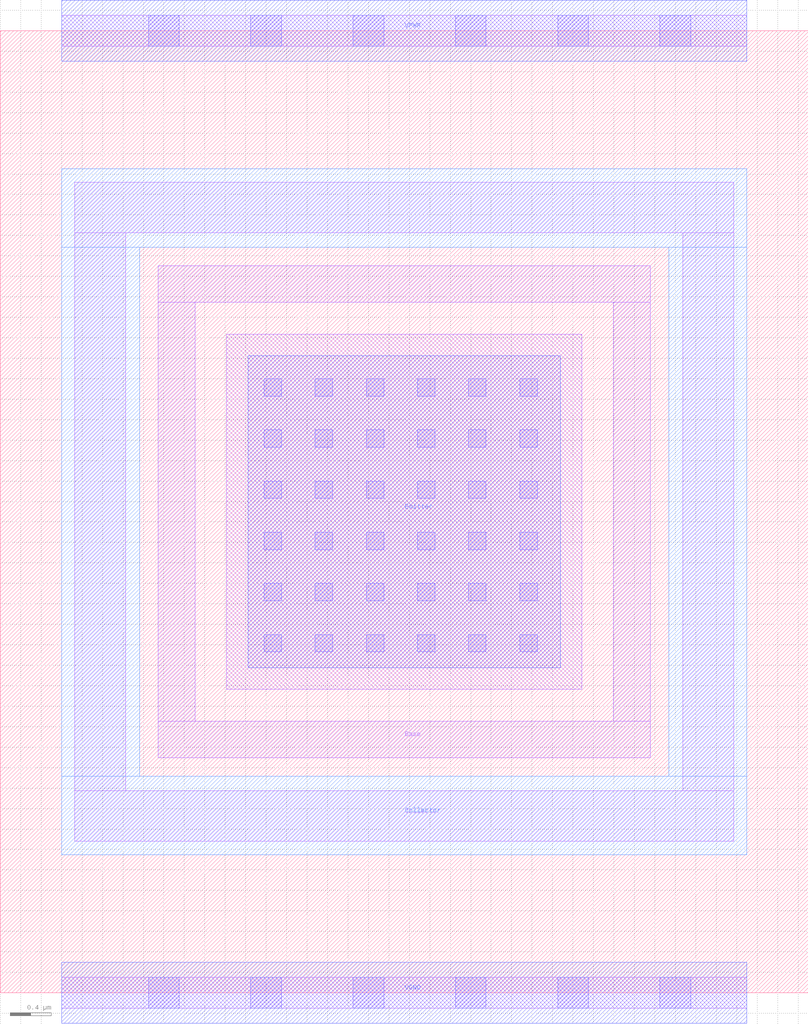
<source format=lef>
VERSION 5.7 ;
  NOWIREEXTENSIONATPIN ON ;
  DIVIDERCHAR "/" ;
  BUSBITCHARS "[]" ;
MACRO sky130_asc_pnp_05v5_W3p40L3p40_1
  CLASS CORE ;
  FOREIGN sky130_asc_pnp_05v5_W3p40L3p40_1 ;
  ORIGIN 0.000 0.000 ;
  SIZE 7.900 BY 9.400 ;
  SITE unitasc ;
  PIN Emitter
    DIRECTION INOUT ;
    ANTENNADIFFAREA 11.559999 ;
    PORT
      LAYER met1 ;
        RECT 2.425 3.175 5.475 6.225 ;
    END
  END Emitter
  PIN Base
    DIRECTION INOUT ;
    ANTENNAGATEAREA 26.728899 ;
    ANTENNADIFFAREA 6.408000 ;
    PORT
      LAYER li1 ;
        RECT 1.545 6.745 6.355 7.105 ;
        RECT 1.545 2.655 1.905 6.745 ;
        RECT 5.995 2.655 6.355 6.745 ;
        RECT 1.545 2.295 6.355 2.655 ;
    END
  END Base
  PIN Collector
    DIRECTION INOUT ;
    ANTENNADIFFAREA 11.988700 ;
    PORT
      LAYER pwell ;
        RECT 0.600 7.285 7.300 8.050 ;
        RECT 0.600 2.115 1.365 7.285 ;
        RECT 6.535 2.115 7.300 7.285 ;
        RECT 0.600 1.350 7.300 2.115 ;
      LAYER li1 ;
        RECT 0.730 7.425 7.170 7.920 ;
        RECT 0.730 1.975 1.225 7.425 ;
        RECT 6.675 1.975 7.170 7.425 ;
        RECT 0.730 1.480 7.170 1.975 ;
    END
  END Collector
  PIN VPWR
    DIRECTION INOUT ;
    USE POWER ;
    PORT
      LAYER met1 ;
        RECT 0.600 9.100 7.300 9.700 ;
    END
  END VPWR
  PIN VGND
    DIRECTION INOUT ;
    USE GROUND ;
    PORT
      LAYER met1 ;
        RECT 0.600 -0.300 7.300 0.300 ;
    END
  END VGND
  OBS
      LAYER li1 ;
        RECT 0.600 9.250 7.300 9.550 ;
        RECT 2.215 2.965 5.685 6.435 ;
        RECT 0.600 -0.150 7.300 0.150 ;
      LAYER mcon ;
        RECT 1.450 9.250 1.750 9.550 ;
        RECT 2.450 9.250 2.750 9.550 ;
        RECT 3.450 9.250 3.750 9.550 ;
        RECT 4.450 9.250 4.750 9.550 ;
        RECT 5.450 9.250 5.750 9.550 ;
        RECT 6.450 9.250 6.750 9.550 ;
        RECT 2.580 5.830 2.750 6.000 ;
        RECT 3.080 5.830 3.250 6.000 ;
        RECT 3.580 5.830 3.750 6.000 ;
        RECT 4.080 5.830 4.250 6.000 ;
        RECT 4.580 5.830 4.750 6.000 ;
        RECT 5.080 5.830 5.250 6.000 ;
        RECT 2.580 5.330 2.750 5.500 ;
        RECT 3.080 5.330 3.250 5.500 ;
        RECT 3.580 5.330 3.750 5.500 ;
        RECT 4.080 5.330 4.250 5.500 ;
        RECT 4.580 5.330 4.750 5.500 ;
        RECT 5.080 5.330 5.250 5.500 ;
        RECT 2.580 4.830 2.750 5.000 ;
        RECT 3.080 4.830 3.250 5.000 ;
        RECT 3.580 4.830 3.750 5.000 ;
        RECT 4.080 4.830 4.250 5.000 ;
        RECT 4.580 4.830 4.750 5.000 ;
        RECT 5.080 4.830 5.250 5.000 ;
        RECT 2.580 4.330 2.750 4.500 ;
        RECT 3.080 4.330 3.250 4.500 ;
        RECT 3.580 4.330 3.750 4.500 ;
        RECT 4.080 4.330 4.250 4.500 ;
        RECT 4.580 4.330 4.750 4.500 ;
        RECT 5.080 4.330 5.250 4.500 ;
        RECT 2.580 3.830 2.750 4.000 ;
        RECT 3.080 3.830 3.250 4.000 ;
        RECT 3.580 3.830 3.750 4.000 ;
        RECT 4.080 3.830 4.250 4.000 ;
        RECT 4.580 3.830 4.750 4.000 ;
        RECT 5.080 3.830 5.250 4.000 ;
        RECT 2.580 3.330 2.750 3.500 ;
        RECT 3.080 3.330 3.250 3.500 ;
        RECT 3.580 3.330 3.750 3.500 ;
        RECT 4.080 3.330 4.250 3.500 ;
        RECT 4.580 3.330 4.750 3.500 ;
        RECT 5.080 3.330 5.250 3.500 ;
        RECT 1.450 -0.150 1.750 0.150 ;
        RECT 2.450 -0.150 2.750 0.150 ;
        RECT 3.450 -0.150 3.750 0.150 ;
        RECT 4.450 -0.150 4.750 0.150 ;
        RECT 5.450 -0.150 5.750 0.150 ;
        RECT 6.450 -0.150 6.750 0.150 ;
  END
END sky130_asc_pnp_05v5_W3p40L3p40_1
END LIBRARY


</source>
